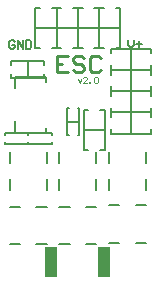
<source format=gto>
G04*
G04 #@! TF.GenerationSoftware,Altium Limited,Altium Designer,24.4.1 (13)*
G04*
G04 Layer_Color=65535*
%FSLAX44Y44*%
%MOMM*%
G71*
G04*
G04 #@! TF.SameCoordinates,620EA0B3-285C-493C-A982-72F243028F5E*
G04*
G04*
G04 #@! TF.FilePolarity,Positive*
G04*
G01*
G75*
%ADD10C,0.1500*%
%ADD11C,0.1270*%
%ADD12C,0.1200*%
%ADD13C,0.2540*%
%ADD14R,1.1000X2.6500*%
D10*
X-9080Y24930D02*
X-7810D01*
X-9080Y2070D02*
Y24930D01*
Y2070D02*
X-7810D01*
X-190D02*
X1080D01*
Y24930D01*
X-190D02*
X1080D01*
X-9080Y13500D02*
X1080D01*
X-42500Y51000D02*
Y65000D01*
X-28500Y51000D02*
Y54000D01*
X-56500Y51000D02*
X-28500D01*
X-56500D02*
Y54000D01*
Y62000D02*
Y65000D01*
X-28500D01*
Y62000D02*
Y65000D01*
X45000Y57500D02*
Y75500D01*
X62000Y71500D02*
Y75500D01*
X28000D02*
X62000D01*
X28000Y71500D02*
Y75500D01*
Y57500D02*
Y61500D01*
Y57500D02*
X62000D01*
Y61500D01*
X-62000Y2500D02*
Y4500D01*
X-42000D01*
Y2500D02*
Y4500D01*
Y-5500D02*
Y-3500D01*
X-62000Y-5500D02*
X-42000D01*
X-62000D02*
Y-3500D01*
X-36000Y76000D02*
X-32000D01*
X-36000D02*
Y110000D01*
X-32000D01*
X-22000D02*
X-18000D01*
Y76000D02*
Y110000D01*
X-22000Y76000D02*
X-18000D01*
X-36000Y93000D02*
X-18000D01*
X-18000Y76000D02*
X-14000D01*
X-18000D02*
Y110000D01*
X-14000D01*
X-4000D02*
X0D01*
Y76000D02*
Y110000D01*
X-4000Y76000D02*
X0D01*
X-18000Y93000D02*
X0D01*
Y76000D02*
X4000D01*
X0D02*
Y110000D01*
X4000D01*
X14000D02*
X18000D01*
Y76000D02*
Y110000D01*
X14000Y76000D02*
X18000D01*
X0Y93000D02*
X18000D01*
X18000Y76000D02*
X22000D01*
X18000D02*
Y110000D01*
X22000D01*
X32000D02*
X36000D01*
Y76000D02*
Y110000D01*
X32000Y76000D02*
X36000D01*
X18000Y93000D02*
X36000D01*
X62000Y3500D02*
Y7500D01*
X28000Y3500D02*
X62000D01*
X28000D02*
Y7500D01*
Y17500D02*
Y21500D01*
X62000D01*
Y17500D02*
Y21500D01*
X45000Y3500D02*
Y21500D01*
X62000D02*
Y25500D01*
X28000Y21500D02*
X62000D01*
X28000D02*
Y25500D01*
Y35500D02*
Y39500D01*
X62000D01*
Y35500D02*
Y39500D01*
X45000Y21500D02*
Y39500D01*
X62000Y39500D02*
Y43500D01*
X28000Y39500D02*
X62000D01*
X28000D02*
Y43500D01*
Y53500D02*
Y57500D01*
X62000D01*
Y53500D02*
Y57500D01*
X45000Y39500D02*
Y57500D01*
X5000Y-10000D02*
X9000D01*
X5000D02*
Y24000D01*
X9000D01*
X19000D02*
X23000D01*
Y-10000D02*
Y24000D01*
X19000Y-10000D02*
X23000D01*
X5000Y7000D02*
X23000D01*
X-22000Y2500D02*
Y4500D01*
X-42000D02*
X-22000D01*
X-42000Y2500D02*
Y4500D01*
Y-5500D02*
Y-3500D01*
Y-5500D02*
X-22000D01*
Y-3500D01*
X42500Y82998D02*
Y78333D01*
X44833Y76000D01*
X47165Y78333D01*
Y82998D01*
X49498Y79499D02*
X54163D01*
X51830Y81831D02*
Y77166D01*
X-53335Y81331D02*
X-54501Y82498D01*
X-56834D01*
X-58000Y81331D01*
Y76666D01*
X-56834Y75500D01*
X-54501D01*
X-53335Y76666D01*
Y78999D01*
X-55668D01*
X-51002Y75500D02*
Y82498D01*
X-46337Y75500D01*
Y82498D01*
X-44005D02*
Y75500D01*
X-40506D01*
X-39339Y76666D01*
Y81331D01*
X-40506Y82498D01*
X-44005D01*
D11*
X-27000Y4500D02*
Y8500D01*
X-53500Y4500D02*
X-27000D01*
X-53500D02*
Y14000D01*
X-27000Y47500D02*
Y51500D01*
X-53500D02*
X-27000D01*
X-53500Y42000D02*
Y51500D01*
X-57750Y-58250D02*
X-49000D01*
X-35000D02*
X-26250D01*
X-35000Y-89750D02*
X-26250D01*
X-57750D02*
X-49000D01*
X26250Y-57250D02*
X35000D01*
X49000D02*
X57750D01*
X49000Y-88750D02*
X57750D01*
X26250D02*
X35000D01*
X-15750Y-89750D02*
X-7000D01*
X7000D02*
X15750D01*
X7000Y-58250D02*
X15750D01*
X-15750D02*
X-7000D01*
X26250Y-43750D02*
Y-35000D01*
Y-21000D02*
Y-12250D01*
X57750Y-21000D02*
Y-12250D01*
Y-43750D02*
Y-35000D01*
X-15750Y-43750D02*
Y-35000D01*
Y-21000D02*
Y-12250D01*
X15750Y-21000D02*
Y-12250D01*
Y-43750D02*
Y-35000D01*
X-57750Y-43750D02*
Y-35000D01*
Y-21000D02*
Y-12250D01*
X-26250Y-21000D02*
Y-12250D01*
Y-43750D02*
Y-35000D01*
D12*
X-247Y49833D02*
X1419Y46501D01*
X3085Y49833D01*
X8084Y46501D02*
X4751D01*
X8084Y49833D01*
Y50666D01*
X7250Y51499D01*
X5584D01*
X4751Y50666D01*
X9750Y46501D02*
Y47334D01*
X10583D01*
Y46501D01*
X9750D01*
X13915Y50666D02*
X14748Y51499D01*
X16414D01*
X17247Y50666D01*
Y47334D01*
X16414Y46501D01*
X14748D01*
X13915Y47334D01*
Y50666D01*
D13*
X-8630Y69535D02*
X-17960D01*
Y55540D01*
X-8630D01*
X-17960Y62538D02*
X-13295D01*
X5366Y67203D02*
X3033Y69535D01*
X-1632D01*
X-3965Y67203D01*
Y64870D01*
X-1632Y62538D01*
X3033D01*
X5366Y60205D01*
Y57873D01*
X3033Y55540D01*
X-1632D01*
X-3965Y57873D01*
X19361Y67203D02*
X17029Y69535D01*
X12364D01*
X10031Y67203D01*
Y57873D01*
X12364Y55540D01*
X17029D01*
X19361Y57873D01*
D14*
X22500Y-104750D02*
D03*
X-22500Y-104750D02*
D03*
M02*

</source>
